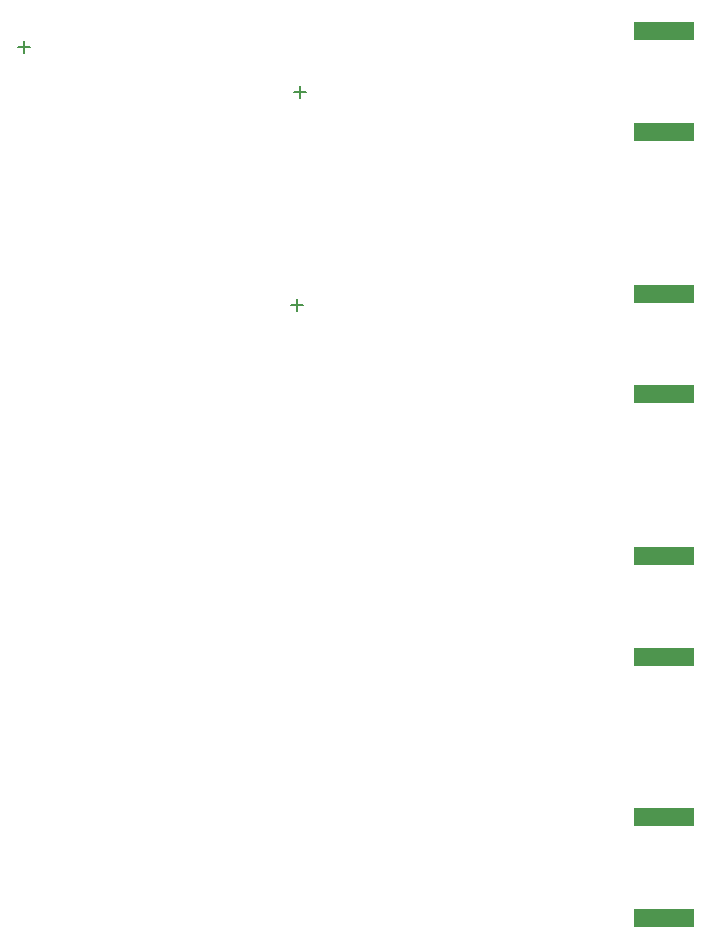
<source format=gbr>
G04 #@! TF.GenerationSoftware,KiCad,Pcbnew,9.0.0-9.0.0-2~ubuntu24.04.1*
G04 #@! TF.CreationDate,2025-03-10T11:02:05+01:00*
G04 #@! TF.ProjectId,Receiver,52656365-6976-4657-922e-6b696361645f,rev?*
G04 #@! TF.SameCoordinates,Original*
G04 #@! TF.FileFunction,Paste,Bot*
G04 #@! TF.FilePolarity,Positive*
%FSLAX46Y46*%
G04 Gerber Fmt 4.6, Leading zero omitted, Abs format (unit mm)*
G04 Created by KiCad (PCBNEW 9.0.0-9.0.0-2~ubuntu24.04.1) date 2025-03-10 11:02:05*
%MOMM*%
%LPD*%
G01*
G04 APERTURE LIST*
%ADD10C,0.150000*%
%ADD11R,5.080000X1.500000*%
G04 APERTURE END LIST*
D10*
X171323000Y-74422000D02*
X171323000Y-73660000D01*
X194183000Y-77724000D02*
X194691000Y-77724000D01*
X194945000Y-95758000D02*
X194437000Y-95758000D01*
X194437000Y-95250000D02*
X194437000Y-95758000D01*
X194691000Y-77216000D02*
X194691000Y-78232000D01*
X171323000Y-73914000D02*
X171323000Y-73660000D01*
X194437000Y-95758000D02*
X193929000Y-95758000D01*
X171323000Y-73914000D02*
X171069000Y-73914000D01*
X171323000Y-73660000D02*
X171323000Y-73406000D01*
X194437000Y-95758000D02*
X194437000Y-96266000D01*
X194691000Y-77724000D02*
X195199000Y-77724000D01*
X171323000Y-73660000D02*
X171323000Y-74168000D01*
X171069000Y-73914000D02*
X171577000Y-73914000D01*
X194691000Y-77724000D02*
X194183000Y-77724000D01*
X194437000Y-95758000D02*
X194437000Y-95250000D01*
X171577000Y-73914000D02*
X171831000Y-73914000D01*
X194691000Y-77724000D02*
X194691000Y-77216000D01*
X171323000Y-74168000D02*
X171323000Y-74422000D01*
X193929000Y-95758000D02*
X194945000Y-95758000D01*
X171069000Y-73914000D02*
X170815000Y-73914000D01*
D11*
X225552000Y-139133000D03*
X225552000Y-147633000D03*
X225552000Y-94810000D03*
X225552000Y-103310000D03*
X225552000Y-72585000D03*
X225552000Y-81085000D03*
X225552000Y-117035000D03*
X225552000Y-125535000D03*
M02*

</source>
